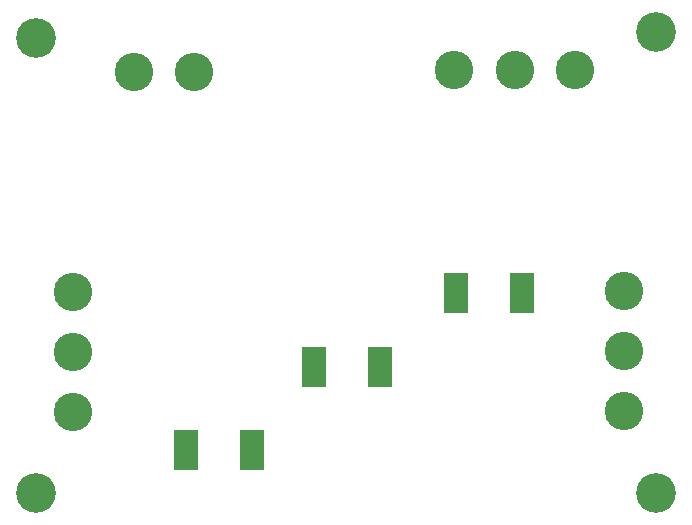
<source format=gbr>
G04 DesignSpark PCB Gerber Version 9.0 Build 5138 *
G04 #@! TF.Part,Single*
G04 #@! TF.FileFunction,Soldermask,Bot *
G04 #@! TF.FilePolarity,Negative *
%FSLAX35Y35*%
%MOIN*%
G04 #@! TA.AperFunction,SMDPad,CuDef*
%ADD147R,0.08100X0.13200*%
G04 #@! TA.AperFunction,ComponentPad*
%ADD136C,0.12811*%
G04 #@! TA.AperFunction,WasherPad*
%ADD133C,0.13205*%
X0Y0D02*
D02*
D133*
X11274Y10486D03*
Y162061D03*
X217967Y10486D03*
Y164030D03*
D02*
D136*
X23478Y37455D03*
Y57455D03*
Y77533D03*
X43852Y150841D03*
X63852D03*
X150644Y151431D03*
X170722D03*
X190722D03*
X207238Y37652D03*
Y57652D03*
Y77730D03*
D02*
D147*
X61297Y24778D03*
X83297D03*
X103817Y52337D03*
X125817D03*
X151061Y77140D03*
X173061D03*
X0Y0D02*
M02*

</source>
